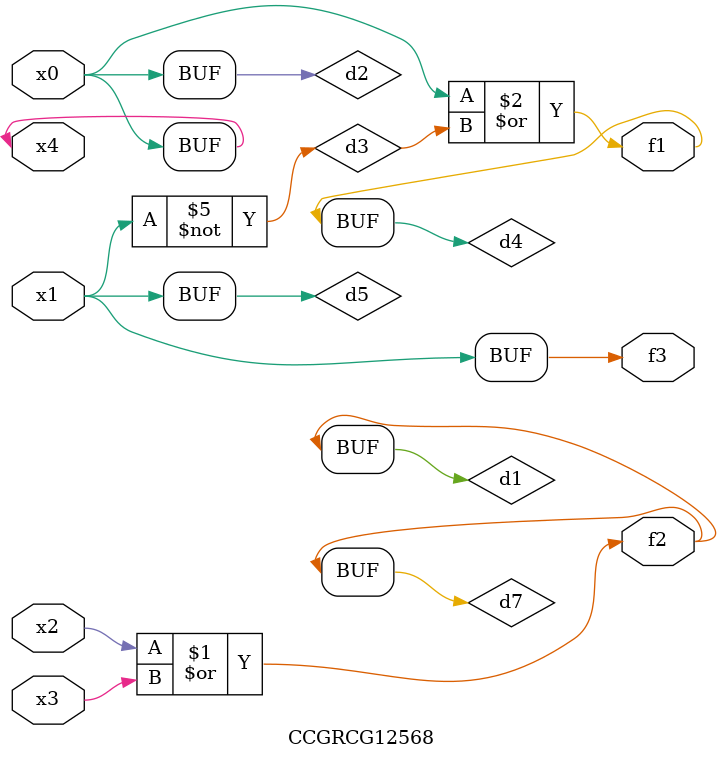
<source format=v>
module CCGRCG12568(
	input x0, x1, x2, x3, x4,
	output f1, f2, f3
);

	wire d1, d2, d3, d4, d5, d6, d7;

	or (d1, x2, x3);
	buf (d2, x0, x4);
	not (d3, x1);
	or (d4, d2, d3);
	not (d5, d3);
	nand (d6, d1, d3);
	or (d7, d1);
	assign f1 = d4;
	assign f2 = d7;
	assign f3 = d5;
endmodule

</source>
